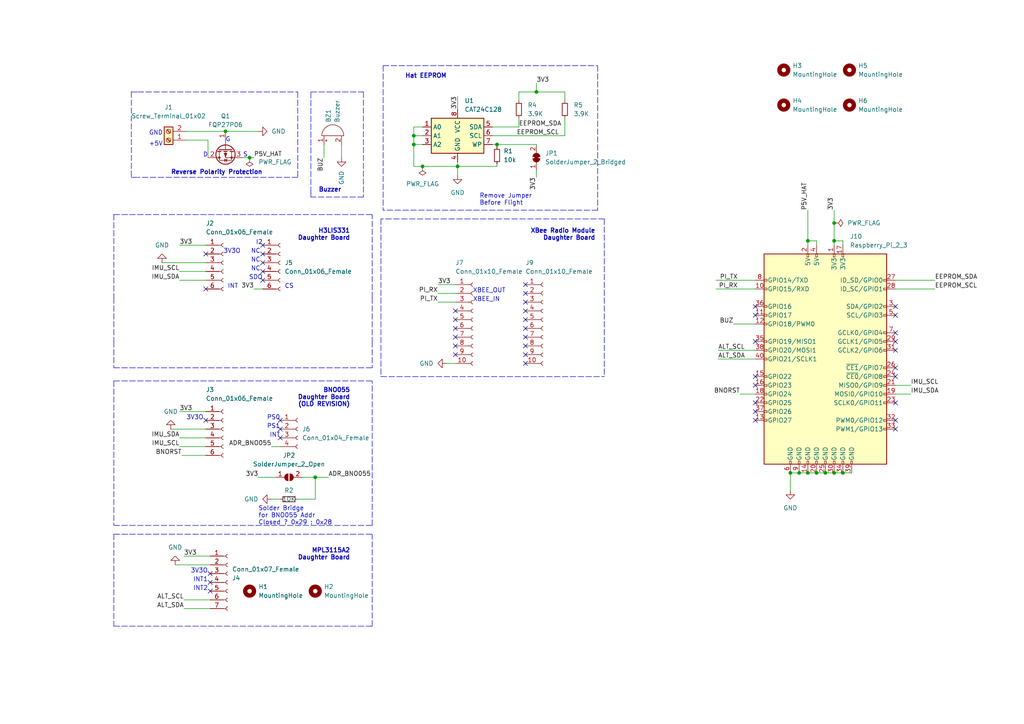
<source format=kicad_sch>
(kicad_sch (version 20211123) (generator eeschema)
  (paper "A4")
  (lib_symbols
    (symbol "Connector:Conn_01x04_Female" (pin_names (offset 1.016) hide)
      (property "Reference" "J" (at 0 5.08 0))
      (property "Value" "Conn_01x04_Female" (at 0 -7.62 0))
      (symbol "Conn_01x04_Female_1_1"
        (arc (start 0 -4.572) (mid -0.508 -5.08) (end 0 -5.588) (stroke (width 0.1524)))
        (arc (start 0 -2.032) (mid -0.508 -2.54) (end 0 -3.048) (stroke (width 0.1524)))
        (polyline (pts (xy -1.27 -5.08) (xy -0.508 -5.08)) (stroke (width 0.1524)))
        (polyline (pts (xy -1.27 -2.54) (xy -0.508 -2.54)) (stroke (width 0.1524)))
        (polyline (pts (xy -1.27 0) (xy -0.508 0)) (stroke (width 0.1524)))
        (polyline (pts (xy -1.27 2.54) (xy -0.508 2.54)) (stroke (width 0.1524)))
        (arc (start 0 0.508) (mid -0.508 0) (end 0 -0.508) (stroke (width 0.1524)))
        (arc (start 0 3.048) (mid -0.508 2.54) (end 0 2.032) (stroke (width 0.1524)))
        (pin passive line (at -5.08 2.54 0) (length 3.81) (name "Pin_1") (number "1"))
        (pin passive line (at -5.08 0 0) (length 3.81) (name "Pin_2") (number "2"))
        (pin passive line (at -5.08 -2.54 0) (length 3.81) (name "Pin_3") (number "3"))
        (pin passive line (at -5.08 -5.08 0) (length 3.81) (name "Pin_4") (number "4"))
      )
    )
    (symbol "Connector:Conn_01x06_Female" (pin_names (offset 1.016) hide)
      (property "Reference" "J" (at 0 7.62 0))
      (property "Value" "Conn_01x06_Female" (at 0 -10.16 0))
      (symbol "Conn_01x06_Female_1_1"
        (arc (start 0 -7.112) (mid -0.508 -7.62) (end 0 -8.128) (stroke (width 0.1524)))
        (arc (start 0 -4.572) (mid -0.508 -5.08) (end 0 -5.588) (stroke (width 0.1524)))
        (arc (start 0 -2.032) (mid -0.508 -2.54) (end 0 -3.048) (stroke (width 0.1524)))
        (polyline (pts (xy -1.27 -7.62) (xy -0.508 -7.62)) (stroke (width 0.1524)))
        (polyline (pts (xy -1.27 -5.08) (xy -0.508 -5.08)) (stroke (width 0.1524)))
        (polyline (pts (xy -1.27 -2.54) (xy -0.508 -2.54)) (stroke (width 0.1524)))
        (polyline (pts (xy -1.27 0) (xy -0.508 0)) (stroke (width 0.1524)))
        (polyline (pts (xy -1.27 2.54) (xy -0.508 2.54)) (stroke (width 0.1524)))
        (polyline (pts (xy -1.27 5.08) (xy -0.508 5.08)) (stroke (width 0.1524)))
        (arc (start 0 0.508) (mid -0.508 0) (end 0 -0.508) (stroke (width 0.1524)))
        (arc (start 0 3.048) (mid -0.508 2.54) (end 0 2.032) (stroke (width 0.1524)))
        (arc (start 0 5.588) (mid -0.508 5.08) (end 0 4.572) (stroke (width 0.1524)))
        (pin passive line (at -5.08 5.08 0) (length 3.81) (name "Pin_1") (number "1"))
        (pin passive line (at -5.08 2.54 0) (length 3.81) (name "Pin_2") (number "2"))
        (pin passive line (at -5.08 0 0) (length 3.81) (name "Pin_3") (number "3"))
        (pin passive line (at -5.08 -2.54 0) (length 3.81) (name "Pin_4") (number "4"))
        (pin passive line (at -5.08 -5.08 0) (length 3.81) (name "Pin_5") (number "5"))
        (pin passive line (at -5.08 -7.62 0) (length 3.81) (name "Pin_6") (number "6"))
      )
    )
    (symbol "Connector:Conn_01x07_Female" (pin_names (offset 1.016) hide)
      (property "Reference" "J" (at 0 10.16 0))
      (property "Value" "Conn_01x07_Female" (at 0 -10.16 0))
      (symbol "Conn_01x07_Female_1_1"
        (arc (start 0 -7.112) (mid -0.508 -7.62) (end 0 -8.128) (stroke (width 0.1524)))
        (arc (start 0 -4.572) (mid -0.508 -5.08) (end 0 -5.588) (stroke (width 0.1524)))
        (arc (start 0 -2.032) (mid -0.508 -2.54) (end 0 -3.048) (stroke (width 0.1524)))
        (polyline (pts (xy -1.27 -7.62) (xy -0.508 -7.62)) (stroke (width 0.1524)))
        (polyline (pts (xy -1.27 -5.08) (xy -0.508 -5.08)) (stroke (width 0.1524)))
        (polyline (pts (xy -1.27 -2.54) (xy -0.508 -2.54)) (stroke (width 0.1524)))
        (polyline (pts (xy -1.27 0) (xy -0.508 0)) (stroke (width 0.1524)))
        (polyline (pts (xy -1.27 2.54) (xy -0.508 2.54)) (stroke (width 0.1524)))
        (polyline (pts (xy -1.27 5.08) (xy -0.508 5.08)) (stroke (width 0.1524)))
        (polyline (pts (xy -1.27 7.62) (xy -0.508 7.62)) (stroke (width 0.1524)))
        (arc (start 0 0.508) (mid -0.508 0) (end 0 -0.508) (stroke (width 0.1524)))
        (arc (start 0 3.048) (mid -0.508 2.54) (end 0 2.032) (stroke (width 0.1524)))
        (arc (start 0 5.588) (mid -0.508 5.08) (end 0 4.572) (stroke (width 0.1524)))
        (arc (start 0 8.128) (mid -0.508 7.62) (end 0 7.112) (stroke (width 0.1524)))
        (pin passive line (at -5.08 7.62 0) (length 3.81) (name "Pin_1") (number "1"))
        (pin passive line (at -5.08 5.08 0) (length 3.81) (name "Pin_2") (number "2"))
        (pin passive line (at -5.08 2.54 0) (length 3.81) (name "Pin_3") (number "3"))
        (pin passive line (at -5.08 0 0) (length 3.81) (name "Pin_4") (number "4"))
        (pin passive line (at -5.08 -2.54 0) (length 3.81) (name "Pin_5") (number "5"))
        (pin passive line (at -5.08 -5.08 0) (length 3.81) (name "Pin_6") (number "6"))
        (pin passive line (at -5.08 -7.62 0) (length 3.81) (name "Pin_7") (number "7"))
      )
    )
    (symbol "Connector:Conn_01x10_Female" (pin_names (offset 1.016) hide)
      (property "Reference" "J" (at 0 12.7 0))
      (property "Value" "Conn_01x10_Female" (at 0 -15.24 0))
      (symbol "Conn_01x10_Female_1_1"
        (arc (start 0 -12.192) (mid -0.508 -12.7) (end 0 -13.208) (stroke (width 0.1524)))
        (arc (start 0 -9.652) (mid -0.508 -10.16) (end 0 -10.668) (stroke (width 0.1524)))
        (arc (start 0 -7.112) (mid -0.508 -7.62) (end 0 -8.128) (stroke (width 0.1524)))
        (arc (start 0 -4.572) (mid -0.508 -5.08) (end 0 -5.588) (stroke (width 0.1524)))
        (arc (start 0 -2.032) (mid -0.508 -2.54) (end 0 -3.048) (stroke (width 0.1524)))
        (polyline (pts (xy -1.27 -12.7) (xy -0.508 -12.7)) (stroke (width 0.1524)))
        (polyline (pts (xy -1.27 -10.16) (xy -0.508 -10.16)) (stroke (width 0.1524)))
        (polyline (pts (xy -1.27 -7.62) (xy -0.508 -7.62)) (stroke (width 0.1524)))
        (polyline (pts (xy -1.27 -5.08) (xy -0.508 -5.08)) (stroke (width 0.1524)))
        (polyline (pts (xy -1.27 -2.54) (xy -0.508 -2.54)) (stroke (width 0.1524)))
        (polyline (pts (xy -1.27 0) (xy -0.508 0)) (stroke (width 0.1524)))
        (polyline (pts (xy -1.27 2.54) (xy -0.508 2.54)) (stroke (width 0.1524)))
        (polyline (pts (xy -1.27 5.08) (xy -0.508 5.08)) (stroke (width 0.1524)))
        (polyline (pts (xy -1.27 7.62) (xy -0.508 7.62)) (stroke (width 0.1524)))
        (polyline (pts (xy -1.27 10.16) (xy -0.508 10.16)) (stroke (width 0.1524)))
        (arc (start 0 0.508) (mid -0.508 0) (end 0 -0.508) (stroke (width 0.1524)))
        (arc (start 0 3.048) (mid -0.508 2.54) (end 0 2.032) (stroke (width 0.1524)))
        (arc (start 0 5.588) (mid -0.508 5.08) (end 0 4.572) (stroke (width 0.1524)))
        (arc (start 0 8.128) (mid -0.508 7.62) (end 0 7.112) (stroke (width 0.1524)))
        (arc (start 0 10.668) (mid -0.508 10.16) (end 0 9.652) (stroke (width 0.1524)))
        (pin passive line (at -5.08 10.16 0) (length 3.81) (name "Pin_1") (number "1"))
        (pin passive line (at -5.08 -12.7 0) (length 3.81) (name "Pin_10") (number "10"))
        (pin passive line (at -5.08 7.62 0) (length 3.81) (name "Pin_2") (number "2"))
        (pin passive line (at -5.08 5.08 0) (length 3.81) (name "Pin_3") (number "3"))
        (pin passive line (at -5.08 2.54 0) (length 3.81) (name "Pin_4") (number "4"))
        (pin passive line (at -5.08 0 0) (length 3.81) (name "Pin_5") (number "5"))
        (pin passive line (at -5.08 -2.54 0) (length 3.81) (name "Pin_6") (number "6"))
        (pin passive line (at -5.08 -5.08 0) (length 3.81) (name "Pin_7") (number "7"))
        (pin passive line (at -5.08 -7.62 0) (length 3.81) (name "Pin_8") (number "8"))
        (pin passive line (at -5.08 -10.16 0) (length 3.81) (name "Pin_9") (number "9"))
      )
    )
    (symbol "Connector:Raspberry_Pi_2_3" (pin_names (offset 1.016))
      (property "Reference" "J" (at -17.78 31.75 0))
      (property "Value" "Raspberry_Pi_2_3" (at 10.16 -31.75 0))
      (symbol "Raspberry_Pi_2_3_0_1"
        (rectangle (start -17.78 30.48) (end 17.78 -30.48) (stroke (width 0.254)) (fill (type background)))
      )
      (symbol "Raspberry_Pi_2_3_1_1"
        (rectangle (start -16.891 -17.526) (end -17.78 -18.034))
        (rectangle (start -16.891 -14.986) (end -17.78 -15.494))
        (rectangle (start -16.891 -12.446) (end -17.78 -12.954))
        (rectangle (start -16.891 -9.906) (end -17.78 -10.414))
        (rectangle (start -16.891 -7.366) (end -17.78 -7.874))
        (rectangle (start -16.891 -4.826) (end -17.78 -5.334))
        (rectangle (start -16.891 0.254) (end -17.78 -0.254))
        (rectangle (start -16.891 2.794) (end -17.78 2.286))
        (rectangle (start -16.891 5.334) (end -17.78 4.826))
        (rectangle (start -16.891 10.414) (end -17.78 9.906))
        (rectangle (start -16.891 12.954) (end -17.78 12.446))
        (rectangle (start -16.891 15.494) (end -17.78 14.986))
        (rectangle (start -16.891 20.574) (end -17.78 20.066))
        (rectangle (start -16.891 23.114) (end -17.78 22.606))
        (rectangle (start -10.414 -29.591) (end -9.906 -30.48))
        (rectangle (start -7.874 -29.591) (end -7.366 -30.48))
        (rectangle (start -5.334 -29.591) (end -4.826 -30.48))
        (rectangle (start -5.334 30.48) (end -4.826 29.591))
        (rectangle (start -2.794 -29.591) (end -2.286 -30.48))
        (rectangle (start -2.794 30.48) (end -2.286 29.591))
        (rectangle (start -0.254 -29.591) (end 0.254 -30.48))
        (rectangle (start 2.286 -29.591) (end 2.794 -30.48))
        (rectangle (start 2.286 30.48) (end 2.794 29.591))
        (rectangle (start 4.826 -29.591) (end 5.334 -30.48))
        (rectangle (start 4.826 30.48) (end 5.334 29.591))
        (rectangle (start 7.366 -29.591) (end 7.874 -30.48))
        (rectangle (start 17.78 -20.066) (end 16.891 -20.574))
        (rectangle (start 17.78 -17.526) (end 16.891 -18.034))
        (rectangle (start 17.78 -12.446) (end 16.891 -12.954))
        (rectangle (start 17.78 -9.906) (end 16.891 -10.414))
        (rectangle (start 17.78 -7.366) (end 16.891 -7.874))
        (rectangle (start 17.78 -4.826) (end 16.891 -5.334))
        (rectangle (start 17.78 -2.286) (end 16.891 -2.794))
        (rectangle (start 17.78 2.794) (end 16.891 2.286))
        (rectangle (start 17.78 5.334) (end 16.891 4.826))
        (rectangle (start 17.78 7.874) (end 16.891 7.366))
        (rectangle (start 17.78 12.954) (end 16.891 12.446))
        (rectangle (start 17.78 15.494) (end 16.891 14.986))
        (rectangle (start 17.78 20.574) (end 16.891 20.066))
        (rectangle (start 17.78 23.114) (end 16.891 22.606))
        (pin power_in line (at 2.54 33.02 270) (length 2.54) (name "3V3") (number "1"))
        (pin bidirectional line (at -20.32 20.32 0) (length 2.54) (name "GPIO15/RXD") (number "10"))
        (pin bidirectional line (at -20.32 12.7 0) (length 2.54) (name "GPIO17") (number "11"))
        (pin bidirectional line (at -20.32 10.16 0) (length 2.54) (name "GPIO18/PWM0") (number "12"))
        (pin bidirectional line (at -20.32 -17.78 0) (length 2.54) (name "GPIO27") (number "13"))
        (pin power_in line (at -5.08 -33.02 90) (length 2.54) (name "GND") (number "14"))
        (pin bidirectional line (at -20.32 -5.08 0) (length 2.54) (name "GPIO22") (number "15"))
        (pin bidirectional line (at -20.32 -7.62 0) (length 2.54) (name "GPIO23") (number "16"))
        (pin power_in line (at 5.08 33.02 270) (length 2.54) (name "3V3") (number "17"))
        (pin bidirectional line (at -20.32 -10.16 0) (length 2.54) (name "GPIO24") (number "18"))
        (pin bidirectional line (at 20.32 -10.16 180) (length 2.54) (name "MOSI0/GPIO10") (number "19"))
        (pin power_in line (at -5.08 33.02 270) (length 2.54) (name "5V") (number "2"))
        (pin power_in line (at -2.54 -33.02 90) (length 2.54) (name "GND") (number "20"))
        (pin bidirectional line (at 20.32 -7.62 180) (length 2.54) (name "MISO0/GPIO9") (number "21"))
        (pin bidirectional line (at -20.32 -12.7 0) (length 2.54) (name "GPIO25") (number "22"))
        (pin bidirectional line (at 20.32 -12.7 180) (length 2.54) (name "SCLK0/GPIO11") (number "23"))
        (pin bidirectional line (at 20.32 -5.08 180) (length 2.54) (name "~{CE0}/GPIO8") (number "24"))
        (pin power_in line (at 0 -33.02 90) (length 2.54) (name "GND") (number "25"))
        (pin bidirectional line (at 20.32 -2.54 180) (length 2.54) (name "~{CE1}/GPIO7") (number "26"))
        (pin bidirectional line (at 20.32 22.86 180) (length 2.54) (name "ID_SD/GPIO0") (number "27"))
        (pin bidirectional line (at 20.32 20.32 180) (length 2.54) (name "ID_SC/GPIO1") (number "28"))
        (pin bidirectional line (at 20.32 5.08 180) (length 2.54) (name "GCLK1/GPIO5") (number "29"))
        (pin bidirectional line (at 20.32 15.24 180) (length 2.54) (name "SDA/GPIO2") (number "3"))
        (pin power_in line (at 2.54 -33.02 90) (length 2.54) (name "GND") (number "30"))
        (pin bidirectional line (at 20.32 2.54 180) (length 2.54) (name "GCLK2/GPIO6") (number "31"))
        (pin bidirectional line (at 20.32 -17.78 180) (length 2.54) (name "PWM0/GPIO12") (number "32"))
        (pin bidirectional line (at 20.32 -20.32 180) (length 2.54) (name "PWM1/GPIO13") (number "33"))
        (pin power_in line (at 5.08 -33.02 90) (length 2.54) (name "GND") (number "34"))
        (pin bidirectional line (at -20.32 5.08 0) (length 2.54) (name "GPIO19/MISO1") (number "35"))
        (pin bidirectional line (at -20.32 15.24 0) (length 2.54) (name "GPIO16") (number "36"))
        (pin bidirectional line (at -20.32 -15.24 0) (length 2.54) (name "GPIO26") (number "37"))
        (pin bidirectional line (at -20.32 2.54 0) (length 2.54) (name "GPIO20/MOSI1") (number "38"))
        (pin power_in line (at 7.62 -33.02 90) (length 2.54) (name "GND") (number "39"))
        (pin power_in line (at -2.54 33.02 270) (length 2.54) (name "5V") (number "4"))
        (pin bidirectional line (at -20.32 0 0) (length 2.54) (name "GPIO21/SCLK1") (number "40"))
        (pin bidirectional line (at 20.32 12.7 180) (length 2.54) (name "SCL/GPIO3") (number "5"))
        (pin power_in line (at -10.16 -33.02 90) (length 2.54) (name "GND") (number "6"))
        (pin bidirectional line (at 20.32 7.62 180) (length 2.54) (name "GCLK0/GPIO4") (number "7"))
        (pin bidirectional line (at -20.32 22.86 0) (length 2.54) (name "GPIO14/TXD") (number "8"))
        (pin power_in line (at -7.62 -33.02 90) (length 2.54) (name "GND") (number "9"))
      )
    )
    (symbol "Connector:Screw_Terminal_01x02" (pin_names (offset 1.016) hide)
      (property "Reference" "J" (at 0 2.54 0))
      (property "Value" "Screw_Terminal_01x02" (at 0 -5.08 0))
      (symbol "Screw_Terminal_01x02_1_1"
        (rectangle (start -1.27 1.27) (end 1.27 -3.81) (stroke (width 0.254)) (fill (type background)))
        (circle (center 0 -2.54) (radius 0.635) (stroke (width 0.1524)))
        (polyline (pts (xy -0.5334 -2.2098) (xy 0.3302 -3.048)) (stroke (width 0.1524)))
        (polyline (pts (xy -0.5334 0.3302) (xy 0.3302 -0.508)) (stroke (width 0.1524)))
        (polyline (pts (xy -0.3556 -2.032) (xy 0.508 -2.8702)) (stroke (width 0.1524)))
        (polyline (pts (xy -0.3556 0.508) (xy 0.508 -0.3302)) (stroke (width 0.1524)))
        (circle (center 0 0) (radius 0.635) (stroke (width 0.1524)))
        (pin passive line (at -5.08 0 0) (length 3.81) (name "Pin_1") (number "1"))
        (pin passive line (at -5.08 -2.54 0) (length 3.81) (name "Pin_2") (number "2"))
      )
    )
    (symbol "Device:Buzzer" (pin_names (offset 0.0254) hide)
      (property "Reference" "BZ" (at 3.81 1.27 0))
      (property "Value" "Buzzer" (at 3.81 -1.27 0))
      (symbol "Buzzer_0_1"
        (arc (start 0 -3.175) (mid 3.175 0) (end 0 3.175))
        (polyline (pts (xy -1.651 1.905) (xy -1.143 1.905)))
        (polyline (pts (xy -1.397 2.159) (xy -1.397 1.651)))
        (polyline (pts (xy 0 3.175) (xy 0 -3.175)))
      )
      (symbol "Buzzer_1_1"
        (pin passive line (at -2.54 2.54 0) (length 2.54) (name "-") (number "1"))
        (pin passive line (at -2.54 -2.54 0) (length 2.54) (name "+") (number "2"))
      )
    )
    (symbol "Device:R_Small" (pin_numbers hide) (pin_names (offset 0.254) hide)
      (property "Reference" "R" (at 0.762 0.508 0))
      (property "Value" "R_Small" (at 0.762 -1.016 0))
      (symbol "R_Small_0_1"
        (rectangle (start -0.762 1.778) (end 0.762 -1.778) (stroke (width 0.2032)))
      )
      (symbol "R_Small_1_1"
        (pin passive line (at 0 2.54 270) (length 0.762) (name "~") (number "1"))
        (pin passive line (at 0 -2.54 90) (length 0.762) (name "~") (number "2"))
      )
    )
    (symbol "Jumper:SolderJumper_2_Bridged" (pin_names (offset 0) hide)
      (property "Reference" "JP" (at 0 2.032 0))
      (property "Value" "SolderJumper_2_Bridged" (at 0 -2.54 0))
      (symbol "SolderJumper_2_Bridged_0_1"
        (rectangle (start -0.508 0.508) (end 0.508 -0.508) (fill (type outline)))
        (arc (start -0.254 1.016) (mid -1.27 0) (end -0.254 -1.016))
        (arc (start -0.254 1.016) (mid -1.27 0) (end -0.254 -1.016) (fill (type outline)))
        (polyline (pts (xy -0.254 1.016) (xy -0.254 -1.016)))
        (polyline (pts (xy 0.254 1.016) (xy 0.254 -1.016)))
        (arc (start 0.254 -1.016) (mid 1.27 0) (end 0.254 1.016))
        (arc (start 0.254 -1.016) (mid 1.27 0) (end 0.254 1.016) (fill (type outline)))
      )
      (symbol "SolderJumper_2_Bridged_1_1"
        (pin passive line (at -3.81 0 0) (length 2.54) (name "A") (number "1"))
        (pin passive line (at 3.81 0 180) (length 2.54) (name "B") (number "2"))
      )
    )
    (symbol "Jumper:SolderJumper_2_Open" (pin_names (offset 0) hide)
      (property "Reference" "JP" (at 0 2.032 0))
      (property "Value" "SolderJumper_2_Open" (at 0 -2.54 0))
      (symbol "SolderJumper_2_Open_0_1"
        (arc (start -0.254 1.016) (mid -1.27 0) (end -0.254 -1.016))
        (arc (start -0.254 1.016) (mid -1.27 0) (end -0.254 -1.016) (fill (type outline)))
        (polyline (pts (xy -0.254 1.016) (xy -0.254 -1.016)))
        (polyline (pts (xy 0.254 1.016) (xy 0.254 -1.016)))
        (arc (start 0.254 -1.016) (mid 1.27 0) (end 0.254 1.016))
        (arc (start 0.254 -1.016) (mid 1.27 0) (end 0.254 1.016) (fill (type outline)))
      )
      (symbol "SolderJumper_2_Open_1_1"
        (pin passive line (at -3.81 0 0) (length 2.54) (name "A") (number "1"))
        (pin passive line (at 3.81 0 180) (length 2.54) (name "B") (number "2"))
      )
    )
    (symbol "Mechanical:MountingHole" (pin_names (offset 1.016))
      (property "Reference" "H" (at 0 5.08 0))
      (property "Value" "MountingHole" (at 0 3.175 0))
      (symbol "MountingHole_0_1"
        (circle (center 0 0) (radius 1.27) (stroke (width 1.27)))
      )
    )
    (symbol "Memory_EEPROM:CAT24C128"
      (property "Reference" "U" (at -6.35 6.35 0))
      (property "Value" "CAT24C128" (at 1.27 6.35 0))
      (symbol "CAT24C128_1_1"
        (rectangle (start -7.62 5.08) (end 7.62 -5.08) (stroke (width 0.254)) (fill (type background)))
        (pin input line (at -10.16 2.54 0) (length 2.54) (name "A0") (number "1"))
        (pin input line (at -10.16 0 0) (length 2.54) (name "A1") (number "2"))
        (pin input line (at -10.16 -2.54 0) (length 2.54) (name "A2") (number "3"))
        (pin power_in line (at 0 -7.62 90) (length 2.54) (name "GND") (number "4"))
        (pin bidirectional line (at 10.16 2.54 180) (length 2.54) (name "SDA") (number "5"))
        (pin input line (at 10.16 0 180) (length 2.54) (name "SCL") (number "6"))
        (pin input line (at 10.16 -2.54 180) (length 2.54) (name "WP") (number "7"))
        (pin power_in line (at 0 7.62 270) (length 2.54) (name "VCC") (number "8"))
      )
    )
    (symbol "Transistor_FET:FQP27P06" (pin_names hide)
      (property "Reference" "Q" (at 5.08 1.905 0))
      (property "Value" "FQP27P06" (at 5.08 0 0))
      (symbol "FQP27P06_0_1"
        (polyline (pts (xy 0.254 0) (xy -2.54 0)))
        (polyline (pts (xy 0.254 1.905) (xy 0.254 -1.905)) (stroke (width 0.254)))
        (polyline (pts (xy 0.762 -1.27) (xy 0.762 -2.286)) (stroke (width 0.254)))
        (polyline (pts (xy 0.762 0.508) (xy 0.762 -0.508)) (stroke (width 0.254)))
        (polyline (pts (xy 0.762 2.286) (xy 0.762 1.27)) (stroke (width 0.254)))
        (polyline (pts (xy 2.54 2.54) (xy 2.54 1.778)))
        (polyline (pts (xy 2.54 -2.54) (xy 2.54 0) (xy 0.762 0)))
        (polyline (pts (xy 0.762 1.778) (xy 3.302 1.778) (xy 3.302 -1.778) (xy 0.762 -1.778)))
        (polyline (pts (xy 2.286 0) (xy 1.27 0.381) (xy 1.27 -0.381) (xy 2.286 0)) (fill (type outline)))
        (polyline (pts (xy 2.794 -0.508) (xy 2.921 -0.381) (xy 3.683 -0.381) (xy 3.81 -0.254)))
        (polyline (pts (xy 3.302 -0.381) (xy 2.921 0.254) (xy 3.683 0.254) (xy 3.302 -0.381)))
        (circle (center 1.651 0) (radius 2.794) (stroke (width 0.254)))
        (circle (center 2.54 -1.778) (radius 0.254) (fill (type outline)))
        (circle (center 2.54 1.778) (radius 0.254) (fill (type outline)))
      )
      (symbol "FQP27P06_1_1"
        (pin input line (at -5.08 0 0) (length 2.54) (name "G") (number "1"))
        (pin passive line (at 2.54 5.08 270) (length 2.54) (name "D") (number "2"))
        (pin passive line (at 2.54 -5.08 90) (length 2.54) (name "S") (number "3"))
      )
    )
    (symbol "power:GND" (power) (pin_names (offset 0))
      (property "Value" "GND" (at 0 -3.81 0))
      (symbol "GND_0_1"
        (polyline (pts (xy 0 0) (xy 0 -1.27) (xy 1.27 -1.27) (xy 0 -2.54) (xy -1.27 -1.27) (xy 0 -1.27)))
      )
      (symbol "GND_1_1"
        (pin power_in line (at 0 0 270) (length 0) hide (name "GND") (number "1"))
      )
    )
    (symbol "power:PWR_FLAG" (power) (pin_numbers hide) (pin_names (offset 0) hide)
      (property "Value" "PWR_FLAG" (at 0 3.81 0))
      (symbol "PWR_FLAG_0_0"
        (pin power_out line (at 0 0 90) (length 0) (name "pwr") (number "1"))
      )
      (symbol "PWR_FLAG_0_1"
        (polyline (pts (xy 0 0) (xy 0 1.27) (xy -1.016 1.905) (xy 0 2.54) (xy 1.016 1.905) (xy 0 1.27)))
      )
    )
  )
  (junction (at 155.575 26.67))
  (junction (at 120.015 41.91))
  (junction (at 236.855 137.16))
  (junction (at 241.935 137.16))
  (junction (at 72.39 45.72))
  (junction (at 65.405 38.1))
  (junction (at 241.935 69.85))
  (junction (at 229.235 137.16))
  (junction (at 120.015 39.37))
  (junction (at 132.715 48.26))
  (junction (at 231.775 137.16))
  (junction (at 234.315 69.85))
  (junction (at 144.145 41.91))
  (junction (at 244.475 137.16))
  (junction (at 91.44 138.43))
  (junction (at 239.395 137.16))
  (junction (at 122.555 48.26))
  (junction (at 241.935 64.6817))
  (junction (at 234.315 137.16))
  (no_connect (at 152.4 105.41))
  (no_connect (at 132.08 95.25))
  (no_connect (at 76.2 78.74))
  (no_connect (at 76.2 76.2))
  (no_connect (at 81.28 121.92))
  (no_connect (at 81.28 124.46))
  (no_connect (at 152.4 97.79))
  (no_connect (at 152.4 85.09))
  (no_connect (at 59.69 121.92))
  (no_connect (at 152.4 92.71))
  (no_connect (at 76.2 71.12))
  (no_connect (at 76.2 73.66))
  (no_connect (at 59.69 83.82))
  (no_connect (at 132.08 100.33))
  (no_connect (at 132.08 92.71))
  (no_connect (at 132.08 97.79))
  (no_connect (at 76.2 81.28))
  (no_connect (at 219.075 109.22))
  (no_connect (at 152.4 95.25))
  (no_connect (at 132.08 102.87))
  (no_connect (at 59.69 73.66))
  (no_connect (at 259.715 116.84))
  (no_connect (at 259.715 124.46))
  (no_connect (at 259.715 121.92))
  (no_connect (at 259.715 106.68))
  (no_connect (at 259.715 101.6))
  (no_connect (at 259.715 99.06))
  (no_connect (at 259.715 96.52))
  (no_connect (at 259.715 91.44))
  (no_connect (at 259.715 88.9))
  (no_connect (at 219.075 88.9))
  (no_connect (at 219.075 91.44))
  (no_connect (at 219.075 99.06))
  (no_connect (at 219.075 116.84))
  (no_connect (at 219.075 119.38))
  (no_connect (at 219.075 121.92))
  (no_connect (at 60.96 171.45))
  (no_connect (at 152.4 90.17))
  (no_connect (at 152.4 100.33))
  (no_connect (at 132.08 90.17))
  (no_connect (at 60.96 168.91))
  (no_connect (at 152.4 102.87))
  (no_connect (at 81.28 127))
  (no_connect (at 152.4 87.63))
  (no_connect (at 219.075 111.76))
  (no_connect (at 60.96 166.37))
  (no_connect (at 152.4 82.55))
  (no_connect (at 259.715 109.22))
  (wire (pts (xy 163.83 34.29) (xy 163.83 39.37)))
  (polyline (pts (xy 175.26 63.5) (xy 110.49 63.5)))
  (wire (pts (xy 214.63 114.3) (xy 219.075 114.3)))
  (polyline (pts (xy 173.355 19.05) (xy 173.355 60.96)))
  (wire (pts (xy 241.935 60.96) (xy 241.935 64.6817)))
  (wire (pts (xy 127 87.63) (xy 132.08 87.63)))
  (polyline (pts (xy 111.125 19.05) (xy 173.355 19.05)))
  (wire (pts (xy 132.715 48.26) (xy 132.715 50.8)))
  (wire (pts (xy 60.325 45.72) (xy 60.325 40.64)))
  (polyline (pts (xy 107.95 86.36) (xy 107.95 62.23)))
  (wire (pts (xy 52.07 78.74) (xy 59.69 78.74)))
  (polyline (pts (xy 33.02 106.68) (xy 107.95 106.68)))
  (wire (pts (xy 144.145 47.625) (xy 144.145 48.26)))
  (wire (pts (xy 99.06 45.72) (xy 99.06 41.91)))
  (wire (pts (xy 65.405 38.1) (xy 74.93 38.1)))
  (wire (pts (xy 241.935 137.16) (xy 244.475 137.16)))
  (wire (pts (xy 120.015 39.37) (xy 120.015 41.91)))
  (polyline (pts (xy 86.36 51.435) (xy 40.005 51.435)))
  (polyline (pts (xy 175.26 63.5) (xy 175.26 109.22)))
  (polyline (pts (xy 105.41 26.67) (xy 105.41 57.15)))
  (polyline (pts (xy 111.125 19.05) (xy 111.125 60.96)))
  (wire (pts (xy 120.015 41.91) (xy 120.015 48.26)))
  (wire (pts (xy 74.93 138.43) (xy 80.01 138.43)))
  (wire (pts (xy 142.875 41.91) (xy 144.145 41.91)))
  (wire (pts (xy 241.935 69.85) (xy 244.475 69.85)))
  (wire (pts (xy 150.495 34.29) (xy 150.495 36.83)))
  (wire (pts (xy 259.715 111.76) (xy 264.16 111.76)))
  (polyline (pts (xy 33.02 154.94) (xy 33.02 181.61)))
  (polyline (pts (xy 33.02 152.4) (xy 107.95 152.4)))
  (wire (pts (xy 120.015 48.26) (xy 122.555 48.26)))
  (polyline (pts (xy 107.95 181.61) (xy 107.95 154.94)))
  (polyline (pts (xy 86.36 26.67) (xy 86.36 51.435)))
  (wire (pts (xy 132.715 27.94) (xy 132.715 31.75)))
  (wire (pts (xy 259.715 83.82) (xy 271.145 83.82)))
  (wire (pts (xy 46.99 76.2) (xy 59.69 76.2)))
  (wire (pts (xy 129.54 105.41) (xy 132.08 105.41)))
  (wire (pts (xy 208.28 104.14) (xy 219.075 104.14)))
  (wire (pts (xy 259.715 114.3) (xy 264.16 114.3)))
  (wire (pts (xy 53.34 176.53) (xy 60.96 176.53)))
  (wire (pts (xy 142.875 36.83) (xy 150.495 36.83)))
  (wire (pts (xy 236.855 69.85) (xy 236.855 71.12)))
  (wire (pts (xy 73.66 83.82) (xy 76.2 83.82)))
  (wire (pts (xy 120.015 36.83) (xy 120.015 39.37)))
  (wire (pts (xy 144.145 41.91) (xy 155.575 41.91)))
  (wire (pts (xy 207.645 83.82) (xy 219.075 83.82)))
  (wire (pts (xy 142.875 39.37) (xy 163.83 39.37)))
  (polyline (pts (xy 33.02 62.23) (xy 33.02 86.36)))
  (wire (pts (xy 212.725 93.98) (xy 219.075 93.98)))
  (wire (pts (xy 236.855 137.16) (xy 239.395 137.16)))
  (wire (pts (xy 155.575 49.53) (xy 155.575 51.435)))
  (polyline (pts (xy 33.02 86.36) (xy 33.02 99.06)))
  (polyline (pts (xy 90.17 57.15) (xy 90.17 55.88)))
  (polyline (pts (xy 110.49 109.22) (xy 175.26 109.22)))
  (wire (pts (xy 52.705 132.08) (xy 59.69 132.08)))
  (wire (pts (xy 50.8 163.83) (xy 60.96 163.83)))
  (polyline (pts (xy 107.95 152.4) (xy 107.95 110.49)))
  (polyline (pts (xy 38.1 51.435) (xy 40.005 51.435)))
  (wire (pts (xy 229.235 137.16) (xy 229.235 142.24)))
  (wire (pts (xy 244.475 137.16) (xy 247.015 137.16)))
  (wire (pts (xy 207.645 81.28) (xy 219.075 81.28)))
  (wire (pts (xy 87.63 138.43) (xy 91.44 138.43)))
  (wire (pts (xy 241.935 69.85) (xy 241.935 71.12)))
  (polyline (pts (xy 38.1 26.67) (xy 38.1 51.435)))
  (polyline (pts (xy 38.1 26.67) (xy 40.005 26.67)))
  (wire (pts (xy 259.715 81.28) (xy 271.145 81.28)))
  (wire (pts (xy 52.07 129.54) (xy 59.69 129.54)))
  (wire (pts (xy 239.395 137.16) (xy 241.935 137.16)))
  (wire (pts (xy 120.015 39.37) (xy 122.555 39.37)))
  (wire (pts (xy 229.235 137.16) (xy 231.775 137.16)))
  (wire (pts (xy 231.775 137.16) (xy 234.315 137.16)))
  (wire (pts (xy 93.98 45.72) (xy 93.98 41.91)))
  (wire (pts (xy 234.315 137.16) (xy 236.855 137.16)))
  (polyline (pts (xy 33.02 62.23) (xy 107.95 62.23)))
  (wire (pts (xy 155.575 26.67) (xy 150.495 26.67)))
  (wire (pts (xy 78.74 144.78) (xy 81.28 144.78)))
  (wire (pts (xy 155.575 24.13) (xy 155.575 26.67)))
  (polyline (pts (xy 107.95 99.06) (xy 107.95 106.68)))
  (wire (pts (xy 234.315 69.85) (xy 234.315 71.12)))
  (polyline (pts (xy 107.95 86.36) (xy 107.95 99.06)))
  (wire (pts (xy 52.07 119.38) (xy 59.69 119.38)))
  (polyline (pts (xy 33.02 181.61) (xy 107.95 181.61)))
  (wire (pts (xy 122.555 36.83) (xy 120.015 36.83)))
  (wire (pts (xy 53.975 38.1) (xy 65.405 38.1)))
  (polyline (pts (xy 40.005 26.67) (xy 86.36 26.67)))
  (wire (pts (xy 53.34 161.29) (xy 60.96 161.29)))
  (wire (pts (xy 155.575 26.67) (xy 163.83 26.67)))
  (wire (pts (xy 86.36 144.78) (xy 91.44 144.78)))
  (wire (pts (xy 132.715 46.99) (xy 132.715 48.26)))
  (wire (pts (xy 244.475 69.85) (xy 244.475 71.12)))
  (wire (pts (xy 91.44 144.78) (xy 91.44 138.43)))
  (wire (pts (xy 122.555 48.26) (xy 132.715 48.26)))
  (polyline (pts (xy 90.17 26.67) (xy 105.41 26.67)))
  (polyline (pts (xy 173.355 60.96) (xy 111.125 60.96)))
  (wire (pts (xy 52.07 127) (xy 59.69 127)))
  (wire (pts (xy 70.485 45.72) (xy 72.39 45.72)))
  (wire (pts (xy 150.495 26.67) (xy 150.495 29.21)))
  (wire (pts (xy 127 85.09) (xy 132.08 85.09)))
  (polyline (pts (xy 90.17 55.88) (xy 90.17 26.67)))
  (polyline (pts (xy 105.41 57.15) (xy 90.17 57.15)))
  (wire (pts (xy 241.935 64.6817) (xy 241.935 69.85)))
  (polyline (pts (xy 33.02 154.94) (xy 107.95 154.94)))
  (wire (pts (xy 91.44 138.43) (xy 95.25 138.43)))
  (wire (pts (xy 53.975 40.64) (xy 60.325 40.64)))
  (wire (pts (xy 144.145 41.91) (xy 144.145 42.545)))
  (polyline (pts (xy 33.02 99.06) (xy 33.02 106.68)))
  (wire (pts (xy 49.53 124.46) (xy 59.69 124.46)))
  (wire (pts (xy 163.83 29.21) (xy 163.83 26.67)))
  (wire (pts (xy 52.07 81.28) (xy 59.69 81.28)))
  (polyline (pts (xy 33.02 110.49) (xy 107.95 110.49)))
  (wire (pts (xy 52.07 71.12) (xy 59.69 71.12)))
  (wire (pts (xy 234.315 60.96) (xy 234.315 69.85)))
  (wire (pts (xy 78.74 129.54) (xy 81.28 129.54)))
  (wire (pts (xy 132.715 48.26) (xy 144.145 48.26)))
  (wire (pts (xy 53.34 173.99) (xy 60.96 173.99)))
  (polyline (pts (xy 110.49 63.5) (xy 110.49 109.22)))
  (wire (pts (xy 72.39 45.72) (xy 73.66 45.72)))
  (wire (pts (xy 234.315 69.85) (xy 236.855 69.85)))
  (polyline (pts (xy 33.02 110.49) (xy 33.02 152.4)))
  (wire (pts (xy 120.015 41.91) (xy 122.555 41.91)))
  (wire (pts (xy 208.28 101.6) (xy 219.075 101.6)))
  (wire (pts (xy 127 82.55) (xy 132.08 82.55)))
  (text "Buzzer" (at 99.06 55.88 180) (effects (font (size 1.27 1.27) (thickness 0.254) bold) (justify right bottom)))
  (text "I2" (at 76.2 71.12 180) (effects (font (size 1.27 1.27)) (justify right bottom)))
  (text "XBEE_IN" (at 137.16 87.63 0) (effects (font (size 1.27 1.27)) (justify left bottom)))
  (text "G" (at 65.405 41.275 0) (effects (font (size 1.27 1.27)) (justify left bottom)))
  (text "PS1" (at 81.28 124.46 180) (effects (font (size 1.27 1.27)) (justify right bottom)))
  (text "Reverse Polarity Protection" (at 49.53 50.8 0) (effects (font (size 1.27 1.27) (thickness 0.254) bold) (justify left bottom)))
  (text "INT" (at 66.0018 83.8188 0) (effects (font (size 1.27 1.27)) (justify left bottom)))
  (text "S" (at 70.4614 45.6827 0) (effects (font (size 1.27 1.27)) (justify left bottom)))
  (text "XBEE_OUT" (at 137.1167 85.0899 0) (effects (font (size 1.27 1.27)) (justify left bottom)))
  (text "MPL3115A2\nDaughter Board\n" (at 101.6 162.56 180) (effects (font (size 1.27 1.27) (thickness 0.254) bold) (justify right bottom)))
  (text "INT1" (at 60.325 168.91 180) (effects (font (size 1.27 1.27)) (justify right bottom)))
  (text "NC" (at 75.565 73.66 180) (effects (font (size 1.27 1.27)) (justify right bottom)))
  (text "3V3O" (at 64.77 73.66 0) (effects (font (size 1.27 1.27)) (justify left bottom)))
  (text "GND\n" (at 43.18 39.37 0) (effects (font (size 1.27 1.27)) (justify left bottom)))
  (text "XBee Radio Module\nDaughter Board" (at 172.72 69.85 180) (effects (font (size 1.27 1.27) (thickness 0.254) bold) (justify right bottom)))
  (text "3V3O" (at 59.055 121.92 180) (effects (font (size 1.27 1.27)) (justify right bottom)))
  (text "NC" (at 75.565 78.74 180) (effects (font (size 1.27 1.27)) (justify right bottom)))
  (text "3V3O" (at 60.325 166.37 180) (effects (font (size 1.27 1.27)) (justify right bottom)))
  (text "Remove Jumper\nBefore Flight" (at 139.065 59.69 0) (effects (font (size 1.27 1.27)) (justify left bottom)))
  (text "CS" (at 82.55 83.82 0) (effects (font (size 1.27 1.27)) (justify left bottom)))
  (text "H3LIS331\nDaughter Board\n" (at 101.6 69.85 180) (effects (font (size 1.27 1.27) (thickness 0.254) bold) (justify right bottom)))
  (text "NC" (at 75.565 76.2 180) (effects (font (size 1.27 1.27)) (justify right bottom)))
  (text "BNO055\nDaughter Board\n(OLD REVISION)\n" (at 101.6 118.11 180) (effects (font (size 1.27 1.27) (thickness 0.254) bold) (justify right bottom)))
  (text "D" (at 60.325 45.72 180) (effects (font (size 1.27 1.27)) (justify right bottom)))
  (text "+5V" (at 43.18 42.545 0) (effects (font (size 1.27 1.27)) (justify left bottom)))
  (text "Hat EEPROM" (at 117.475 22.86 0) (effects (font (size 1.27 1.27) (thickness 0.254) bold) (justify left bottom)))
  (text "Solder Bridge\nfor BNO055 Addr\nClosed ? 0x29 : 0x28\n" (at 74.93 152.4 0) (effects (font (size 1.27 1.27)) (justify left bottom)))
  (text "INT" (at 81.28 127 180) (effects (font (size 1.27 1.27)) (justify right bottom)))
  (text "INT2" (at 60.325 171.45 180) (effects (font (size 1.27 1.27)) (justify right bottom)))
  (text "PS0" (at 81.28 121.92 180) (effects (font (size 1.27 1.27)) (justify right bottom)))
  (text "SDO" (at 76.2 81.28 180) (effects (font (size 1.27 1.27)) (justify right bottom)))
  (label "IMU_SCL" (at 264.16 111.76 0))
  (label "BNORST" (at 52.705 132.08 180))
  (label "BNORST" (at 214.63 114.3 180))
  (label "EEPROM_SDA" (at 271.145 81.28 0))
  (label "3V3" (at 73.66 83.82 180))
  (label "EEPROM_SCL" (at 271.145 83.82 0))
  (label "BUZ" (at 93.98 45.72 270))
  (label "3V3" (at 52.07 71.12 0))
  (label "ADR_BNO055" (at 95.25 138.43 0))
  (label "ALT_SCL" (at 53.34 173.99 180))
  (label "IMU_SDA" (at 264.16 114.3 0))
  (label "EEPROM_SCL" (at 149.86 39.37 0))
  (label "P5V_HAT" (at 234.315 60.96 90))
  (label "3V3" (at 53.34 161.29 0))
  (label "PI_RX" (at 127 85.09 180))
  (label "P5V_HAT" (at 73.66 45.72 0))
  (label "IMU_SCL" (at 52.07 78.74 180))
  (label "3V3" (at 52.07 119.38 0))
  (label "3V3" (at 155.575 24.13 0))
  (label "ALT_SCL" (at 208.28 101.6 0))
  (label "BUZ" (at 212.725 93.98 180))
  (label "PI_RX" (at 213.995 83.82 180))
  (label "EEPROM_SDA" (at 150.495 36.83 0))
  (label "PI_TX" (at 213.995 81.28 180))
  (label "3V3" (at 155.575 51.435 270))
  (label "3V3" (at 241.935 60.96 90))
  (label "ADR_BNO055" (at 78.74 129.54 180))
  (label "PI_TX" (at 127 87.63 180))
  (label "3V3" (at 127 82.55 0))
  (label "IMU_SDA" (at 52.07 127 180))
  (label "IMU_SCL" (at 52.07 129.54 180))
  (label "3V3" (at 74.93 138.43 180))
  (label "IMU_SDA" (at 52.07 81.28 180))
  (label "3V3" (at 132.715 27.94 270))
  (label "ALT_SDA" (at 53.34 176.53 180))
  (label "ALT_SDA" (at 208.28 104.14 0))
  (symbol (lib_id "Jumper:SolderJumper_2_Open") (at 83.82 138.43 0) (unit 1)
    (property "Reference" "JP2" (at 83.82 132.08 0))
    (property "Value" "SolderJumper_2_Open" (at 83.82 134.62 0))
    (property "Footprint" "Jumper:SolderJumper-2_P1.3mm_Open_TrianglePad1.0x1.5mm" (effects hide))
  )
  (symbol (lib_id "Connector:Raspberry_Pi_2_3") (at 239.395 104.14 0) (unit 1)
    (property "Reference" "J10" (at 246.4944 68.58 0) (effects (justify left)))
    (property "Value" "Raspberry_Pi_2_3" (at 246.4944 71.12 0) (effects (justify left)))
    (property "Footprint" "Connector_PinSocket_2.54mm:PinSocket_2x20_P2.54mm_Vertical" (effects hide))
    (property "Datasheet" "https://www.raspberrypi.org/documentation/hardware/raspberrypi/schematics/rpi_SCH_3bplus_1p0_reduced.pdf" (effects hide))
  )
  (symbol (lib_id "Connector:Conn_01x06_Female") (at 64.77 124.46 0) (unit 1)
    (property "Reference" "J3" (at 59.69 113.03 0) (effects (justify left)))
    (property "Value" "Conn_01x06_Female" (at 59.69 115.57 0) (effects (justify left)))
    (property "Footprint" "Connector_PinSocket_2.54mm:PinSocket_1x06_P2.54mm_Vertical" (effects hide))
  )
  (symbol (lib_id "power:GND") (at 50.8 163.83 180) (unit 1)
    (property "Reference" "#PWR04" (effects hide))
    (property "Value" "GND" (at 50.8 158.75 0))
  )
  (symbol (lib_id "Transistor_FET:FQP27P06") (at 65.405 43.18 90) (mirror x) (unit 1)
    (property "Reference" "Q1" (at 65.405 33.655 90))
    (property "Value" "FQP27P06" (at 65.405 36.195 90))
    (property "Footprint" "Package_TO_SOT_THT:TO-220-3_Vertical" (effects hide))
    (property "Datasheet" "https://www.onsemi.com/pub/Collateral/FQP27P06-D.PDF" (effects hide))
  )
  (symbol (lib_id "Mechanical:MountingHole") (at 246.38 20.32 0) (unit 1)
    (property "Reference" "H5" (at 248.92 19.0499 0) (effects (justify left)))
    (property "Value" "MountingHole" (at 248.92 21.5899 0) (effects (justify left)))
    (property "Footprint" "MountingHole:MountingHole_2.7mm_M2.5" (effects hide))
  )
  (symbol (lib_id "Device:R_Small") (at 144.145 45.085 180) (unit 1)
    (property "Reference" "R1" (at 146.05 43.8149 0) (effects (justify right)))
    (property "Value" "10k" (at 146.05 46.3549 0) (effects (justify right)))
  )
  (symbol (lib_id "Device:R_Small") (at 83.82 144.78 270) (unit 1)
    (property "Reference" "R2" (at 83.82 142.24 90))
    (property "Value" "10K" (at 83.82 144.78 90))
    (property "Footprint" "Resistor_THT:R_Axial_DIN0204_L3.6mm_D1.6mm_P5.08mm_Horizontal" (effects hide))
  )
  (symbol (lib_id "power:GND") (at 46.99 76.2 180) (unit 1)
    (property "Reference" "#PWR02" (effects hide))
    (property "Value" "GND" (at 46.99 71.12 0))
  )
  (symbol (lib_id "Connector:Conn_01x07_Female") (at 66.04 168.91 0) (unit 1)
    (property "Reference" "J4" (at 67.31 167.6399 0) (effects (justify left)))
    (property "Value" "Conn_01x07_Female" (at 67.31 165.1 0) (effects (justify left)))
    (property "Footprint" "Connector_PinSocket_2.54mm:PinSocket_1x07_P2.54mm_Vertical" (effects hide))
  )
  (symbol (lib_id "Connector:Conn_01x10_Female") (at 137.16 92.71 0) (unit 1)
    (property "Reference" "J7" (at 132.08 76.2 0) (effects (justify left)))
    (property "Value" "Conn_01x10_Female" (at 132.08 78.74 0) (effects (justify left)))
    (property "Footprint" "Connector_PinSocket_2.00mm:PinSocket_1x10_P2.00mm_Vertical" (effects hide))
  )
  (symbol (lib_id "Device:R_Small") (at 150.495 31.75 0) (unit 1)
    (property "Reference" "R4" (at 153.035 30.4799 0) (effects (justify left)))
    (property "Value" "3.9K" (at 153.035 33.0199 0) (effects (justify left)))
    (property "Footprint" "Resistor_THT:R_Axial_DIN0204_L3.6mm_D1.6mm_P5.08mm_Horizontal" (effects hide))
  )
  (symbol (lib_id "power:GND") (at 129.54 105.41 270) (unit 1)
    (property "Reference" "#PWR07" (effects hide))
    (property "Value" "GND" (at 125.73 105.4099 90) (effects (justify right)))
  )
  (symbol (lib_id "Connector:Conn_01x06_Female") (at 64.77 76.2 0) (unit 1)
    (property "Reference" "J2" (at 59.69 64.77 0) (effects (justify left)))
    (property "Value" "Conn_01x06_Female" (at 59.69 67.31 0) (effects (justify left)))
    (property "Footprint" "Connector_PinSocket_2.54mm:PinSocket_1x06_P2.54mm_Vertical" (effects hide))
  )
  (symbol (lib_id "Device:R_Small") (at 163.83 31.75 0) (unit 1)
    (property "Reference" "R5" (at 166.37 30.4799 0) (effects (justify left)))
    (property "Value" "3.9K" (at 166.37 33.0199 0) (effects (justify left)))
    (property "Footprint" "Resistor_THT:R_Axial_DIN0204_L3.6mm_D1.6mm_P5.08mm_Horizontal" (effects hide))
  )
  (symbol (lib_id "Connector:Conn_01x04_Female") (at 86.36 124.46 0) (unit 1)
    (property "Reference" "J6" (at 87.63 124.4599 0) (effects (justify left)))
    (property "Value" "Conn_01x04_Female" (at 87.63 126.9999 0) (effects (justify left)))
    (property "Footprint" "Connector_PinSocket_2.54mm:PinSocket_1x04_P2.54mm_Vertical" (effects hide))
  )
  (symbol (lib_id "power:PWR_FLAG") (at 241.935 64.6817 270) (unit 1)
    (property "Reference" "#FLG0102" (effects hide))
    (property "Value" "PWR_FLAG" (at 245.745 64.6816 90) (effects (justify left)))
  )
  (symbol (lib_id "power:GND") (at 99.06 45.72 0) (unit 1)
    (property "Reference" "#PWR01" (effects hide))
    (property "Value" "GND" (at 99.0599 49.53 90) (effects (justify right)))
  )
  (symbol (lib_id "Memory_EEPROM:CAT24C128") (at 132.715 39.37 0) (unit 1)
    (property "Reference" "U1" (at 134.7344 29.21 0) (effects (justify left)))
    (property "Value" "CAT24C128" (at 134.7344 31.75 0) (effects (justify left)))
    (property "Footprint" "Package_SO:SOIC-8_3.9x4.9mm_P1.27mm" (effects hide))
    (property "Datasheet" "https://www.onsemi.com/pub/Collateral/CAT24C128-D.PDF" (effects hide))
  )
  (symbol (lib_id "Mechanical:MountingHole") (at 227.33 30.48 0) (unit 1)
    (property "Reference" "H4" (at 229.87 29.2099 0) (effects (justify left)))
    (property "Value" "MountingHole" (at 229.87 31.7499 0) (effects (justify left)))
    (property "Footprint" "MountingHole:MountingHole_2.7mm_M2.5" (effects hide))
  )
  (symbol (lib_id "Connector:Conn_01x10_Female") (at 157.48 92.71 0) (unit 1)
    (property "Reference" "J9" (at 152.4 76.2 0) (effects (justify left)))
    (property "Value" "Conn_01x10_Female" (at 152.4 78.74 0) (effects (justify left)))
    (property "Footprint" "Connector_PinSocket_2.00mm:PinSocket_1x10_P2.00mm_Vertical" (effects hide))
  )
  (symbol (lib_id "Mechanical:MountingHole") (at 91.44 171.45 0) (unit 1)
    (property "Reference" "H2" (at 93.98 170.1799 0) (effects (justify left)))
    (property "Value" "MountingHole" (at 93.98 172.7199 0) (effects (justify left)))
    (property "Footprint" "MountingHole:MountingHole_2.2mm_M2" (effects hide))
  )
  (symbol (lib_id "power:GND") (at 229.235 142.24 0) (unit 1)
    (property "Reference" "#PWR09" (effects hide))
    (property "Value" "GND" (at 229.235 147.32 0))
  )
  (symbol (lib_id "power:GND") (at 132.715 50.8 0) (unit 1)
    (property "Reference" "#PWR08" (effects hide))
    (property "Value" "GND" (at 132.715 55.88 0))
  )
  (symbol (lib_id "Mechanical:MountingHole") (at 72.39 171.45 0) (unit 1)
    (property "Reference" "H1" (at 74.93 170.1799 0) (effects (justify left)))
    (property "Value" "MountingHole" (at 74.93 172.7199 0) (effects (justify left)))
    (property "Footprint" "MountingHole:MountingHole_2.2mm_M2" (effects hide))
  )
  (symbol (lib_id "Connector:Screw_Terminal_01x02") (at 48.895 40.64 180) (unit 1)
    (property "Reference" "J1" (at 48.895 31.115 0))
    (property "Value" "Screw_Terminal_01x02" (at 48.895 33.655 0))
    (property "Footprint" "TerminalBlock_Phoenix:TerminalBlock_Phoenix_MKDS-1,5-2_1x02_P5.00mm_Horizontal" (effects hide))
  )
  (symbol (lib_id "Jumper:SolderJumper_2_Bridged") (at 155.575 45.72 90) (unit 1)
    (property "Reference" "JP1" (at 158.115 44.4499 90) (effects (justify right)))
    (property "Value" "SolderJumper_2_Bridged" (at 158.115 46.9899 90) (effects (justify right)))
  )
  (symbol (lib_id "power:PWR_FLAG") (at 122.555 48.26 180) (unit 1)
    (property "Reference" "#FLG0101" (effects hide))
    (property "Value" "PWR_FLAG" (at 122.555 53.34 0))
  )
  (symbol (lib_id "Mechanical:MountingHole") (at 246.38 30.48 0) (unit 1)
    (property "Reference" "H6" (at 248.92 29.2099 0) (effects (justify left)))
    (property "Value" "MountingHole" (at 248.92 31.7499 0) (effects (justify left)))
    (property "Footprint" "MountingHole:MountingHole_2.7mm_M2.5" (effects hide))
  )
  (symbol (lib_id "power:GND") (at 74.93 38.1 90) (unit 1)
    (property "Reference" "#PWR05" (effects hide))
    (property "Value" "GND" (at 78.74 38.0999 90) (effects (justify right)))
  )
  (symbol (lib_id "Device:Buzzer") (at 96.52 39.37 90) (unit 1)
    (property "Reference" "BZ1" (at 95.2499 35.56 0) (effects (justify left)))
    (property "Value" "Buzzer" (at 97.7899 35.56 0) (effects (justify left)))
  )
  (symbol (lib_id "Mechanical:MountingHole") (at 227.33 20.32 0) (unit 1)
    (property "Reference" "H3" (at 229.87 19.0499 0) (effects (justify left)))
    (property "Value" "MountingHole" (at 229.87 21.5899 0) (effects (justify left)))
    (property "Footprint" "MountingHole:MountingHole_2.7mm_M2.5" (effects hide))
  )
  (symbol (lib_id "power:GND") (at 49.53 124.46 180) (unit 1)
    (property "Reference" "#PWR03" (effects hide))
    (property "Value" "GND" (at 49.53 119.38 0))
  )
  (symbol (lib_id "Connector:Conn_01x06_Female") (at 81.28 76.2 0) (unit 1)
    (property "Reference" "J5" (at 82.55 76.1999 0) (effects (justify left)))
    (property "Value" "Conn_01x06_Female" (at 82.55 78.7399 0) (effects (justify left)))
    (property "Footprint" "Connector_PinSocket_2.54mm:PinSocket_1x06_P2.54mm_Vertical" (effects hide))
  )
  (symbol (lib_id "power:PWR_FLAG") (at 72.39 45.72 180) (unit 1)
    (property "Reference" "#FLG0103" (effects hide))
    (property "Value" "PWR_FLAG" (at 74.93 46.9899 0) (effects (justify right)))
  )
  (symbol (lib_id "power:GND") (at 78.74 144.78 270) (unit 1)
    (property "Reference" "#PWR06" (effects hide))
    (property "Value" "GND" (at 74.93 144.7799 90) (effects (justify right)))
  )
)
</source>
